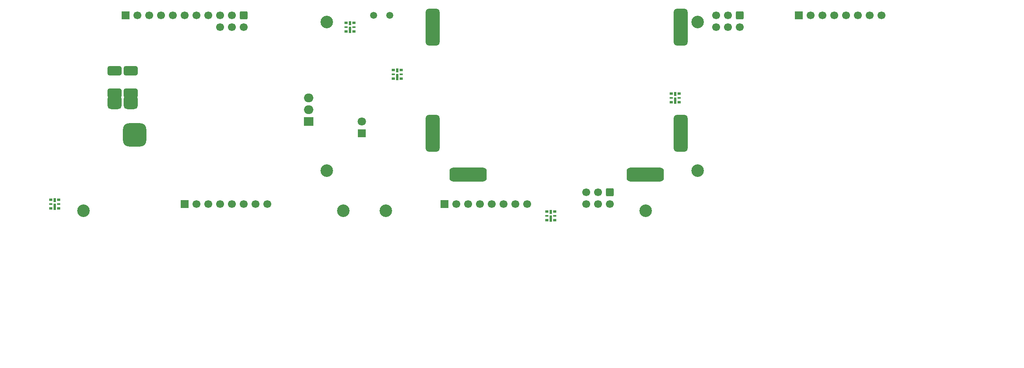
<source format=gts>
%TF.GenerationSoftware,KiCad,Pcbnew,6.0.9-8da3e8f707~117~ubuntu22.04.1*%
%TF.CreationDate,2022-12-07T09:55:44-06:00*%
%TF.ProjectId,badge,62616467-652e-46b6-9963-61645f706362,rev?*%
%TF.SameCoordinates,Original*%
%TF.FileFunction,Soldermask,Top*%
%TF.FilePolarity,Negative*%
%FSLAX46Y46*%
G04 Gerber Fmt 4.6, Leading zero omitted, Abs format (unit mm)*
G04 Created by KiCad (PCBNEW 6.0.9-8da3e8f707~117~ubuntu22.04.1) date 2022-12-07 09:55:44*
%MOMM*%
%LPD*%
G01*
G04 APERTURE LIST*
G04 Aperture macros list*
%AMRoundRect*
0 Rectangle with rounded corners*
0 $1 Rounding radius*
0 $2 $3 $4 $5 $6 $7 $8 $9 X,Y pos of 4 corners*
0 Add a 4 corners polygon primitive as box body*
4,1,4,$2,$3,$4,$5,$6,$7,$8,$9,$2,$3,0*
0 Add four circle primitives for the rounded corners*
1,1,$1+$1,$2,$3*
1,1,$1+$1,$4,$5*
1,1,$1+$1,$6,$7*
1,1,$1+$1,$8,$9*
0 Add four rect primitives between the rounded corners*
20,1,$1+$1,$2,$3,$4,$5,0*
20,1,$1+$1,$4,$5,$6,$7,0*
20,1,$1+$1,$6,$7,$8,$9,0*
20,1,$1+$1,$8,$9,$2,$3,0*%
G04 Aperture macros list end*
%ADD10RoundRect,0.357142X1.142858X-0.642858X1.142858X0.642858X-1.142858X0.642858X-1.142858X-0.642858X0*%
%ADD11R,0.500000X0.900000*%
%ADD12R,0.800000X0.500000*%
%ADD13R,0.800000X0.300000*%
%ADD14R,0.500000X1.400000*%
%ADD15RoundRect,0.250000X-0.600000X0.600000X-0.600000X-0.600000X0.600000X-0.600000X0.600000X0.600000X0*%
%ADD16C,1.700000*%
%ADD17RoundRect,0.750000X-0.750000X-3.250000X0.750000X-3.250000X0.750000X3.250000X-0.750000X3.250000X0*%
%ADD18C,2.700000*%
%ADD19C,0.001000*%
%ADD20R,1.700000X1.700000*%
%ADD21RoundRect,0.750000X3.250000X-0.750000X3.250000X0.750000X-3.250000X0.750000X-3.250000X-0.750000X0*%
%ADD22RoundRect,0.357142X-1.142858X0.642858X-1.142858X-0.642858X1.142858X-0.642858X1.142858X0.642858X0*%
%ADD23R,1.800000X1.800000*%
%ADD24C,1.800000*%
%ADD25C,1.500000*%
%ADD26R,2.000000X1.905000*%
%ADD27O,2.000000X1.905000*%
%ADD28RoundRect,0.750000X0.750000X-0.750000X0.750000X0.750000X-0.750000X0.750000X-0.750000X-0.750000X0*%
%ADD29RoundRect,1.250000X1.250000X1.250000X-1.250000X1.250000X-1.250000X-1.250000X1.250000X-1.250000X0*%
G04 APERTURE END LIST*
D10*
%TO.C,R9*%
X69680000Y-77700000D03*
X69680000Y-72900000D03*
%TD*%
D11*
%TO.C,D2*%
X116840000Y-62670000D03*
D12*
X115990000Y-62600000D03*
D13*
X115990000Y-63500000D03*
D12*
X115990000Y-64400000D03*
X117690000Y-64400000D03*
D13*
X117690000Y-63500000D03*
D12*
X117690000Y-62600000D03*
D14*
X116840000Y-64090000D03*
%TD*%
D12*
%TO.C,D1*%
X52490000Y-100700000D03*
D11*
X53340000Y-100770000D03*
D13*
X52490000Y-101600000D03*
D12*
X52490000Y-102500000D03*
X54190000Y-102500000D03*
D13*
X54190000Y-101600000D03*
D14*
X53340000Y-102190000D03*
D12*
X54190000Y-100700000D03*
%TD*%
D15*
%TO.C,J1*%
X200660000Y-60960000D03*
D16*
X200660000Y-63500000D03*
X198120000Y-60960000D03*
X198120000Y-63500000D03*
X195580000Y-60960000D03*
X195580000Y-63500000D03*
%TD*%
D17*
%TO.C,REF\u002A\u002A*%
X187960000Y-63500000D03*
%TD*%
D15*
%TO.C,J1*%
X93980000Y-60960000D03*
D16*
X93980000Y-63500000D03*
X91440000Y-60960000D03*
X91440000Y-63500000D03*
X88900000Y-60960000D03*
X88900000Y-63500000D03*
%TD*%
D17*
%TO.C,REF\u002A\u002A*%
X187960000Y-86360000D03*
%TD*%
D12*
%TO.C,D4*%
X159170000Y-103240000D03*
D11*
X160020000Y-103310000D03*
D13*
X159170000Y-104140000D03*
D12*
X159170000Y-105040000D03*
X160870000Y-105040000D03*
D13*
X160870000Y-104140000D03*
D12*
X160870000Y-103240000D03*
D14*
X160020000Y-104730000D03*
%TD*%
D18*
%TO.C,U2*%
X115360000Y-103020000D03*
X180360000Y-103020000D03*
D19*
X115360000Y-135020000D03*
X180360000Y-135020000D03*
D20*
X137160000Y-101600000D03*
D16*
X139700000Y-101600000D03*
X142240000Y-101600000D03*
X144780000Y-101600000D03*
X147320000Y-101600000D03*
X149860000Y-101600000D03*
X152400000Y-101600000D03*
X154940000Y-101600000D03*
%TD*%
D11*
%TO.C,D5*%
X186724305Y-77912363D03*
D12*
X185874305Y-77842363D03*
D13*
X185874305Y-78742363D03*
D12*
X185874305Y-79642363D03*
X187574305Y-79642363D03*
D13*
X187574305Y-78742363D03*
D14*
X186724305Y-79332363D03*
D12*
X187574305Y-77842363D03*
%TD*%
D15*
%TO.C,J1*%
X172720000Y-99060000D03*
D16*
X172720000Y-101600000D03*
X170180000Y-99060000D03*
X170180000Y-101600000D03*
X167640000Y-99060000D03*
X167640000Y-101600000D03*
%TD*%
D17*
%TO.C,REF\u002A\u002A*%
X134620000Y-86360000D03*
%TD*%
D12*
%TO.C,D3*%
X126150000Y-72760000D03*
D11*
X127000000Y-72830000D03*
D13*
X126150000Y-73660000D03*
D12*
X126150000Y-74560000D03*
X127850000Y-74560000D03*
D13*
X127850000Y-73660000D03*
D14*
X127000000Y-74250000D03*
D12*
X127850000Y-72760000D03*
%TD*%
D18*
%TO.C,U2*%
X124480000Y-103020000D03*
D19*
X59480000Y-135020000D03*
X124480000Y-135020000D03*
D18*
X59480000Y-103020000D03*
D20*
X81280000Y-101600000D03*
D16*
X83820000Y-101600000D03*
X86360000Y-101600000D03*
X88900000Y-101600000D03*
X91440000Y-101600000D03*
X93980000Y-101600000D03*
X96520000Y-101600000D03*
X99060000Y-101600000D03*
%TD*%
D17*
%TO.C,REF\u002A\u002A*%
X134620000Y-63500000D03*
%TD*%
D21*
%TO.C,REF\u002A\u002A*%
X142240000Y-95250000D03*
%TD*%
D18*
%TO.C,U2*%
X191560000Y-94380000D03*
D19*
X256560000Y-94380000D03*
X256560000Y-62380000D03*
D18*
X191560000Y-62380000D03*
D20*
X213360000Y-60960000D03*
D16*
X215900000Y-60960000D03*
X218440000Y-60960000D03*
X220980000Y-60960000D03*
X223520000Y-60960000D03*
X226060000Y-60960000D03*
X228600000Y-60960000D03*
X231140000Y-60960000D03*
%TD*%
D18*
%TO.C,U2*%
X111780000Y-62380000D03*
X111780000Y-94380000D03*
D19*
X46780000Y-62380000D03*
X46780000Y-94380000D03*
D20*
X68580000Y-60960000D03*
D16*
X71120000Y-60960000D03*
X73660000Y-60960000D03*
X76200000Y-60960000D03*
X78740000Y-60960000D03*
X81280000Y-60960000D03*
X83820000Y-60960000D03*
X86360000Y-60960000D03*
%TD*%
D22*
%TO.C,R10*%
X66170000Y-72900000D03*
X66170000Y-77700000D03*
%TD*%
D21*
%TO.C,REF\u002A\u002A*%
X180340000Y-95250000D03*
%TD*%
D23*
%TO.C,D6*%
X119380000Y-86360000D03*
D24*
X119380000Y-83820000D03*
%TD*%
D25*
%TO.C,R2*%
X121920000Y-60960000D03*
X125320000Y-60960000D03*
%TD*%
D26*
%TO.C,U3*%
X107885000Y-83820000D03*
D27*
X107885000Y-81280000D03*
X107885000Y-78740000D03*
%TD*%
D28*
%TO.C,U1*%
X69679266Y-79714877D03*
X66169266Y-79714877D03*
D29*
X70470010Y-86659629D03*
%TD*%
M02*

</source>
